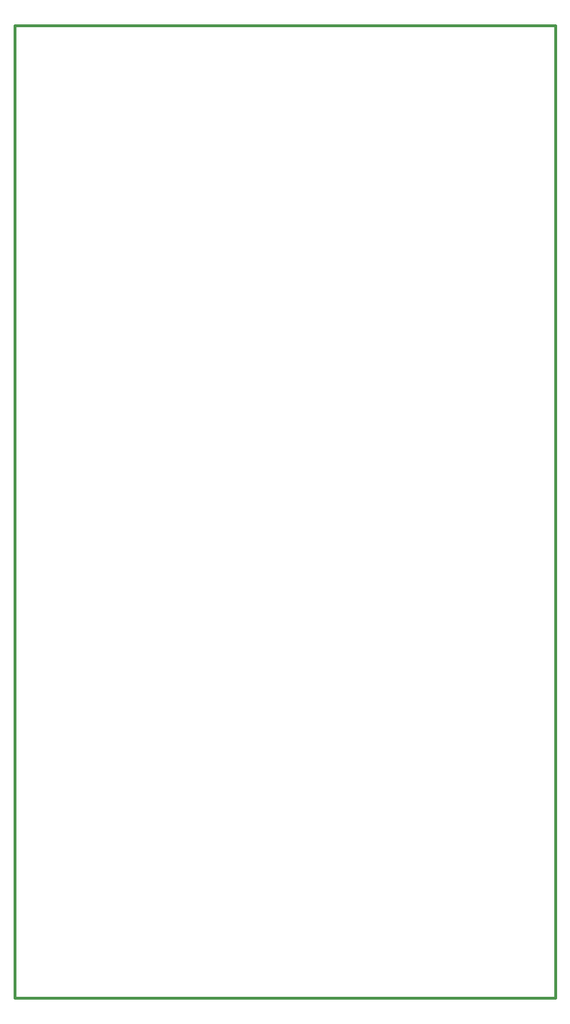
<source format=gbr>
%TF.GenerationSoftware,KiCad,Pcbnew,7.0.7*%
%TF.CreationDate,2023-09-08T08:11:20+02:00*%
%TF.ProjectId,D1Mini_Wuerfel_aktuell,44314d69-6e69-45f5-9775-657266656c5f,rev?*%
%TF.SameCoordinates,Original*%
%TF.FileFunction,Profile,NP*%
%FSLAX46Y46*%
G04 Gerber Fmt 4.6, Leading zero omitted, Abs format (unit mm)*
G04 Created by KiCad (PCBNEW 7.0.7) date 2023-09-08 08:11:20*
%MOMM*%
%LPD*%
G01*
G04 APERTURE LIST*
%TA.AperFunction,Profile*%
%ADD10C,0.300000*%
%TD*%
G04 APERTURE END LIST*
D10*
X101290000Y-155000000D02*
X165290000Y-155000000D01*
X165290000Y-40000000D02*
X101290000Y-40000000D01*
X101290000Y-40000000D02*
X101290000Y-155000000D01*
X165290000Y-155000000D02*
X165290000Y-40000000D01*
M02*

</source>
